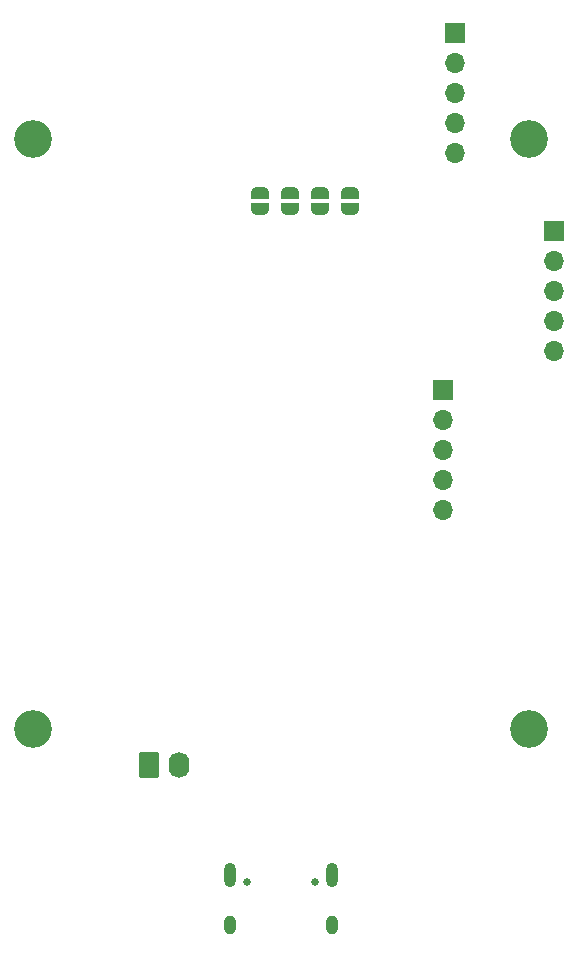
<source format=gbr>
%TF.GenerationSoftware,KiCad,Pcbnew,(6.0.4)*%
%TF.CreationDate,2022-04-29T23:06:03+08:00*%
%TF.ProjectId,RFID-mobileV_1_0,52464944-2d6d-46f6-9269-6c65565f315f,rev?*%
%TF.SameCoordinates,Original*%
%TF.FileFunction,Soldermask,Bot*%
%TF.FilePolarity,Negative*%
%FSLAX46Y46*%
G04 Gerber Fmt 4.6, Leading zero omitted, Abs format (unit mm)*
G04 Created by KiCad (PCBNEW (6.0.4)) date 2022-04-29 23:06:03*
%MOMM*%
%LPD*%
G01*
G04 APERTURE LIST*
G04 Aperture macros list*
%AMRoundRect*
0 Rectangle with rounded corners*
0 $1 Rounding radius*
0 $2 $3 $4 $5 $6 $7 $8 $9 X,Y pos of 4 corners*
0 Add a 4 corners polygon primitive as box body*
4,1,4,$2,$3,$4,$5,$6,$7,$8,$9,$2,$3,0*
0 Add four circle primitives for the rounded corners*
1,1,$1+$1,$2,$3*
1,1,$1+$1,$4,$5*
1,1,$1+$1,$6,$7*
1,1,$1+$1,$8,$9*
0 Add four rect primitives between the rounded corners*
20,1,$1+$1,$2,$3,$4,$5,0*
20,1,$1+$1,$4,$5,$6,$7,0*
20,1,$1+$1,$6,$7,$8,$9,0*
20,1,$1+$1,$8,$9,$2,$3,0*%
%AMFreePoly0*
4,1,22,0.500000,-0.750000,0.000000,-0.750000,0.000000,-0.745033,-0.079941,-0.743568,-0.215256,-0.701293,-0.333266,-0.622738,-0.424486,-0.514219,-0.481581,-0.384460,-0.499164,-0.250000,-0.500000,-0.250000,-0.500000,0.250000,-0.499164,0.250000,-0.499963,0.256109,-0.478152,0.396186,-0.417904,0.524511,-0.324060,0.630769,-0.204165,0.706417,-0.067858,0.745374,0.000000,0.744959,0.000000,0.750000,
0.500000,0.750000,0.500000,-0.750000,0.500000,-0.750000,$1*%
%AMFreePoly1*
4,1,20,0.000000,0.744959,0.073905,0.744508,0.209726,0.703889,0.328688,0.626782,0.421226,0.519385,0.479903,0.390333,0.500000,0.250000,0.500000,-0.250000,0.499851,-0.262216,0.476331,-0.402017,0.414519,-0.529596,0.319384,-0.634700,0.198574,-0.708877,0.061801,-0.746166,0.000000,-0.745033,0.000000,-0.750000,-0.500000,-0.750000,-0.500000,0.750000,0.000000,0.750000,0.000000,0.744959,
0.000000,0.744959,$1*%
G04 Aperture macros list end*
%ADD10C,3.200000*%
%ADD11C,0.650000*%
%ADD12O,1.000000X2.100000*%
%ADD13O,1.000000X1.600000*%
%ADD14RoundRect,0.250000X-0.620000X-0.845000X0.620000X-0.845000X0.620000X0.845000X-0.620000X0.845000X0*%
%ADD15O,1.740000X2.190000*%
%ADD16R,1.700000X1.700000*%
%ADD17O,1.700000X1.700000*%
%ADD18FreePoly0,90.000000*%
%ADD19FreePoly1,90.000000*%
G04 APERTURE END LIST*
D10*
%TO.C,H2*%
X68407996Y-150913642D03*
%TD*%
%TO.C,H4*%
X110407996Y-100913642D03*
%TD*%
D11*
%TO.C,J1*%
X92297996Y-163800000D03*
X86517996Y-163800000D03*
D12*
X85087996Y-163270000D03*
X93727996Y-163270000D03*
D13*
X85087996Y-167450000D03*
X93727996Y-167450000D03*
%TD*%
D14*
%TO.C,BT1*%
X78232000Y-153924000D03*
D15*
X80772000Y-153924000D03*
%TD*%
D16*
%TO.C,J3*%
X103124000Y-122174000D03*
D17*
X103124000Y-124714000D03*
X103124000Y-127254000D03*
X103124000Y-129794000D03*
X103124000Y-132334000D03*
%TD*%
D10*
%TO.C,H3*%
X110407996Y-150913642D03*
%TD*%
%TO.C,H1*%
X68407996Y-100913642D03*
%TD*%
D16*
%TO.C,J4*%
X104140000Y-91948000D03*
D17*
X104140000Y-94488000D03*
X104140000Y-97028000D03*
X104140000Y-99568000D03*
X104140000Y-102108000D03*
%TD*%
D16*
%TO.C,J2*%
X112522000Y-108717000D03*
D17*
X112522000Y-111257000D03*
X112522000Y-113797000D03*
X112522000Y-116337000D03*
X112522000Y-118877000D03*
%TD*%
D18*
%TO.C,JP3*%
X92710000Y-106822000D03*
D19*
X92710000Y-105522000D03*
%TD*%
D18*
%TO.C,JP2*%
X90170000Y-106822000D03*
D19*
X90170000Y-105522000D03*
%TD*%
D18*
%TO.C,JP4*%
X95250000Y-106822000D03*
D19*
X95250000Y-105522000D03*
%TD*%
D18*
%TO.C,JP1*%
X87630000Y-106822000D03*
D19*
X87630000Y-105522000D03*
%TD*%
M02*

</source>
